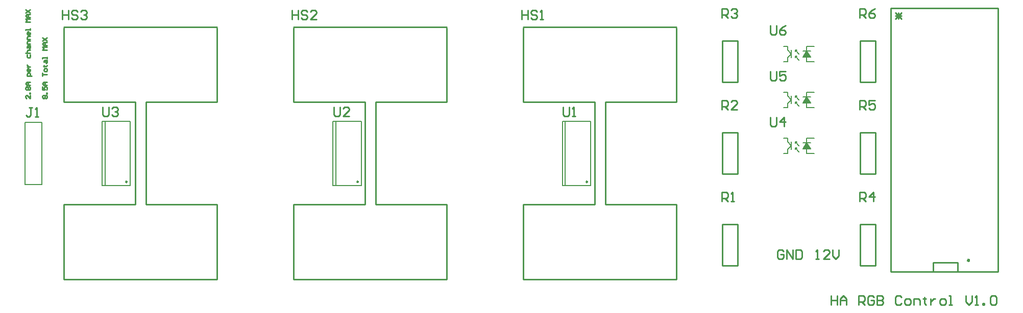
<source format=gto>
G04*
G04 #@! TF.GenerationSoftware,Altium Limited,CircuitMaker,2.2.1 (2.2.1.6)*
G04*
G04 Layer_Color=15132400*
%FSLAX25Y25*%
%MOIN*%
G70*
G04*
G04 #@! TF.SameCoordinates,7785A121-3EC8-4D8B-A962-A870CC3C064B*
G04*
G04*
G04 #@! TF.FilePolarity,Positive*
G04*
G01*
G75*
%ADD10C,0.01000*%
%ADD11C,0.00984*%
%ADD12C,0.00787*%
G36*
X617500Y403000D02*
X612500D01*
X615000Y407000D01*
X617500Y403000D01*
D02*
G37*
G36*
Y433000D02*
X612500D01*
X615000Y437000D01*
X617500Y433000D01*
D02*
G37*
G36*
Y463000D02*
X612500D01*
X615000Y467000D01*
X617500Y463000D01*
D02*
G37*
D10*
X721207Y330000D02*
G03*
X721207Y330000I-707J0D01*
G01*
X713500Y323000D02*
Y328500D01*
X697500D02*
X713500D01*
X697500Y323000D02*
Y328500D01*
X670000Y322500D02*
X740000D01*
Y495000D01*
X670000Y322500D02*
Y495000D01*
X740000D01*
X560000Y326500D02*
Y353500D01*
X570000D01*
Y326500D02*
Y353500D01*
X560000Y326500D02*
X570000D01*
X650000D02*
Y353500D01*
X660000D01*
Y326500D02*
Y353500D01*
X650000Y326500D02*
X660000D01*
X430000Y317500D02*
X530000D01*
X430000Y482500D02*
X530000D01*
Y317500D02*
Y366500D01*
Y433500D02*
Y482000D01*
X430000Y317500D02*
Y366500D01*
Y433500D02*
Y482000D01*
X483500Y366500D02*
X530000D01*
X483500Y433500D02*
X530000D01*
X483500Y366500D02*
Y433500D01*
X430000D02*
X476500D01*
X430000Y366500D02*
X476500D01*
Y433500D01*
X560000Y386500D02*
Y413500D01*
X570000D01*
Y386500D02*
Y413500D01*
X560000Y386500D02*
X570000D01*
X650000D02*
Y413500D01*
X660000D01*
Y386500D02*
Y413500D01*
X650000Y386500D02*
X660000D01*
X280000Y317500D02*
X380000D01*
X280000Y482500D02*
X380000D01*
Y317500D02*
Y366500D01*
Y433500D02*
Y482000D01*
X280000Y317500D02*
Y366500D01*
Y433500D02*
Y482000D01*
X333500Y366500D02*
X380000D01*
X333500Y433500D02*
X380000D01*
X333500Y366500D02*
Y433500D01*
X280000D02*
X326500D01*
X280000Y366500D02*
X326500D01*
Y433500D01*
X570000Y446500D02*
Y473500D01*
X560000Y446500D02*
X570000D01*
X560000D02*
Y473500D01*
X570000D01*
X650000Y446500D02*
Y473500D01*
X660000D01*
Y446500D02*
Y473500D01*
X650000Y446500D02*
X660000D01*
X130000Y317500D02*
X230000D01*
X130000Y482500D02*
X230000D01*
Y317500D02*
Y366500D01*
Y433500D02*
Y482000D01*
X130000Y317500D02*
Y366500D01*
Y433500D02*
Y482000D01*
X183500Y366500D02*
X230000D01*
X183500Y433500D02*
X230000D01*
X183500Y366500D02*
Y433500D01*
X130000D02*
X176500D01*
X130000Y366500D02*
X176500D01*
Y433500D01*
X116501Y436000D02*
X116001Y436500D01*
Y437500D01*
X116501Y437999D01*
X117001D01*
X117500Y437500D01*
X118000Y437999D01*
X118500D01*
X119000Y437500D01*
Y436500D01*
X118500Y436000D01*
X118000D01*
X117500Y436500D01*
X117001Y436000D01*
X116501D01*
X117500Y436500D02*
Y437500D01*
X119000Y438999D02*
X118500D01*
Y439499D01*
X119000D01*
Y438999D01*
X116001Y443498D02*
Y441498D01*
X117500D01*
X117001Y442498D01*
Y442998D01*
X117500Y443498D01*
X118500D01*
X119000Y442998D01*
Y441998D01*
X118500Y441498D01*
X119000Y444497D02*
X117001D01*
X116001Y445497D01*
X117001Y446497D01*
X119000D01*
X117500D01*
Y444497D01*
X116001Y450495D02*
Y452495D01*
Y451495D01*
X119000D01*
Y453994D02*
Y454994D01*
X118500Y455494D01*
X117500D01*
X117001Y454994D01*
Y453994D01*
X117500Y453494D01*
X118500D01*
X119000Y453994D01*
X116501Y456993D02*
X117001D01*
Y456493D01*
Y457493D01*
Y456993D01*
X118500D01*
X119000Y457493D01*
X117001Y459492D02*
Y460492D01*
X117500Y460992D01*
X119000D01*
Y459492D01*
X118500Y458993D01*
X118000Y459492D01*
Y460992D01*
X119000Y461992D02*
Y462991D01*
Y462491D01*
X116001D01*
Y461992D01*
X119000Y467490D02*
X116001D01*
X117001Y468490D01*
X116001Y469489D01*
X119000D01*
Y470489D02*
X117001D01*
X116001Y471489D01*
X117001Y472488D01*
X119000D01*
X117500D01*
Y470489D01*
X116001Y473488D02*
X119000Y475487D01*
X116001D02*
X119000Y473488D01*
X108000Y437999D02*
Y436000D01*
X106001Y437999D01*
X105501D01*
X105001Y437500D01*
Y436500D01*
X105501Y436000D01*
X108000Y438999D02*
X107501D01*
Y439499D01*
X108000D01*
Y438999D01*
X105501Y441498D02*
X105001Y441998D01*
Y442998D01*
X105501Y443498D01*
X106001D01*
X106501Y442998D01*
X107001Y443498D01*
X107501D01*
X108000Y442998D01*
Y441998D01*
X107501Y441498D01*
X107001D01*
X106501Y441998D01*
X106001Y441498D01*
X105501D01*
X106501Y441998D02*
Y442998D01*
X108000Y444497D02*
X106001D01*
X105001Y445497D01*
X106001Y446497D01*
X108000D01*
X106501D01*
Y444497D01*
X109000Y450495D02*
X106001D01*
Y451995D01*
X106501Y452495D01*
X107501D01*
X108000Y451995D01*
Y450495D01*
Y454994D02*
Y453994D01*
X107501Y453494D01*
X106501D01*
X106001Y453994D01*
Y454994D01*
X106501Y455494D01*
X107001D01*
Y453494D01*
X106001Y456493D02*
X108000D01*
X107001D01*
X106501Y456993D01*
X106001Y457493D01*
Y457993D01*
Y464491D02*
Y462991D01*
X106501Y462491D01*
X107501D01*
X108000Y462991D01*
Y464491D01*
X105001Y465490D02*
X108000D01*
X106501D01*
X106001Y465990D01*
Y466990D01*
X106501Y467490D01*
X108000D01*
X106001Y468989D02*
Y469989D01*
X106501Y470489D01*
X108000D01*
Y468989D01*
X107501Y468490D01*
X107001Y468989D01*
Y470489D01*
X108000Y471489D02*
X106001D01*
Y472988D01*
X106501Y473488D01*
X108000D01*
Y474488D02*
X106001D01*
Y475987D01*
X106501Y476487D01*
X108000D01*
Y478986D02*
Y477986D01*
X107501Y477487D01*
X106501D01*
X106001Y477986D01*
Y478986D01*
X106501Y479486D01*
X107001D01*
Y477487D01*
X108000Y480486D02*
Y481485D01*
Y480985D01*
X105001D01*
Y480486D01*
X108000Y485984D02*
X105001D01*
X106001Y486983D01*
X105001Y487983D01*
X108000D01*
Y488983D02*
X106001D01*
X105001Y489983D01*
X106001Y490982D01*
X108000D01*
X106501D01*
Y488983D01*
X105001Y491982D02*
X108000Y493981D01*
X105001D02*
X108000Y491982D01*
X631000Y306998D02*
Y301000D01*
Y303999D01*
X634999D01*
Y306998D01*
Y301000D01*
X636998D02*
Y304999D01*
X638997Y306998D01*
X640997Y304999D01*
Y301000D01*
Y303999D01*
X636998D01*
X648994Y301000D02*
Y306998D01*
X651993D01*
X652993Y305998D01*
Y303999D01*
X651993Y302999D01*
X648994D01*
X650993D02*
X652993Y301000D01*
X658991Y305998D02*
X657991Y306998D01*
X655992D01*
X654992Y305998D01*
Y302000D01*
X655992Y301000D01*
X657991D01*
X658991Y302000D01*
Y303999D01*
X656992D01*
X660990Y306998D02*
Y301000D01*
X663989D01*
X664989Y302000D01*
Y302999D01*
X663989Y303999D01*
X660990D01*
X663989D01*
X664989Y304999D01*
Y305998D01*
X663989Y306998D01*
X660990D01*
X676985Y305998D02*
X675985Y306998D01*
X673986D01*
X672986Y305998D01*
Y302000D01*
X673986Y301000D01*
X675985D01*
X676985Y302000D01*
X679984Y301000D02*
X681984D01*
X682983Y302000D01*
Y303999D01*
X681984Y304999D01*
X679984D01*
X678984Y303999D01*
Y302000D01*
X679984Y301000D01*
X684982D02*
Y304999D01*
X687982D01*
X688981Y303999D01*
Y301000D01*
X691980Y305998D02*
Y304999D01*
X690981D01*
X692980D01*
X691980D01*
Y302000D01*
X692980Y301000D01*
X695979Y304999D02*
Y301000D01*
Y302999D01*
X696979Y303999D01*
X697978Y304999D01*
X698978D01*
X702977Y301000D02*
X704976D01*
X705976Y302000D01*
Y303999D01*
X704976Y304999D01*
X702977D01*
X701977Y303999D01*
Y302000D01*
X702977Y301000D01*
X707975D02*
X709974D01*
X708975D01*
Y306998D01*
X707975D01*
X718971D02*
Y302999D01*
X720971Y301000D01*
X722970Y302999D01*
Y306998D01*
X724970Y301000D02*
X726969D01*
X725969D01*
Y306998D01*
X724970Y305998D01*
X729968Y301000D02*
Y302000D01*
X730968D01*
Y301000D01*
X729968D01*
X734966Y305998D02*
X735966Y306998D01*
X737965D01*
X738965Y305998D01*
Y302000D01*
X737965Y301000D01*
X735966D01*
X734966Y302000D01*
Y305998D01*
X621000Y331000D02*
X622999D01*
X622000D01*
Y336998D01*
X621000Y335998D01*
X629997Y331000D02*
X625998D01*
X629997Y334999D01*
Y335998D01*
X628997Y336998D01*
X626998D01*
X625998Y335998D01*
X631996Y336998D02*
Y332999D01*
X633996Y331000D01*
X635995Y332999D01*
Y336998D01*
X599999Y335998D02*
X598999Y336998D01*
X597000D01*
X596000Y335998D01*
Y332000D01*
X597000Y331000D01*
X598999D01*
X599999Y332000D01*
Y333999D01*
X597999D01*
X601998Y331000D02*
Y336998D01*
X605997Y331000D01*
Y336998D01*
X607996D02*
Y331000D01*
X610995D01*
X611995Y332000D01*
Y335998D01*
X610995Y336998D01*
X607996D01*
X591300Y483698D02*
Y478700D01*
X592300Y477700D01*
X594299D01*
X595299Y478700D01*
Y483698D01*
X601297D02*
X599297Y482698D01*
X597298Y480699D01*
Y478700D01*
X598298Y477700D01*
X600297D01*
X601297Y478700D01*
Y479699D01*
X600297Y480699D01*
X597298D01*
X591300Y453698D02*
Y448700D01*
X592300Y447700D01*
X594299D01*
X595299Y448700D01*
Y453698D01*
X601297D02*
X597298D01*
Y450699D01*
X599297Y451699D01*
X600297D01*
X601297Y450699D01*
Y448700D01*
X600297Y447700D01*
X598298D01*
X597298Y448700D01*
X591300Y423698D02*
Y418700D01*
X592300Y417700D01*
X594299D01*
X595299Y418700D01*
Y423698D01*
X600297Y417700D02*
Y423698D01*
X597298Y420699D01*
X601297D01*
X155300Y430298D02*
Y425300D01*
X156300Y424300D01*
X158299D01*
X159299Y425300D01*
Y430298D01*
X161298Y429298D02*
X162298Y430298D01*
X164297D01*
X165297Y429298D01*
Y428299D01*
X164297Y427299D01*
X163297D01*
X164297D01*
X165297Y426299D01*
Y425300D01*
X164297Y424300D01*
X162298D01*
X161298Y425300D01*
X306300Y430298D02*
Y425300D01*
X307300Y424300D01*
X309299D01*
X310299Y425300D01*
Y430298D01*
X316297Y424300D02*
X312298D01*
X316297Y428299D01*
Y429298D01*
X315297Y430298D01*
X313298D01*
X312298Y429298D01*
X456000Y430298D02*
Y425300D01*
X457000Y424300D01*
X458999D01*
X459999Y425300D01*
Y430298D01*
X461998Y424300D02*
X463997D01*
X462998D01*
Y430298D01*
X461998Y429298D01*
X649500Y488500D02*
Y494498D01*
X652499D01*
X653499Y493498D01*
Y491499D01*
X652499Y490499D01*
X649500D01*
X651499D02*
X653499Y488500D01*
X659497Y494498D02*
X657497Y493498D01*
X655498Y491499D01*
Y489500D01*
X656498Y488500D01*
X658497D01*
X659497Y489500D01*
Y490499D01*
X658497Y491499D01*
X655498D01*
X649500Y428500D02*
Y434498D01*
X652499D01*
X653499Y433498D01*
Y431499D01*
X652499Y430499D01*
X649500D01*
X651499D02*
X653499Y428500D01*
X659497Y434498D02*
X655498D01*
Y431499D01*
X657497Y432499D01*
X658497D01*
X659497Y431499D01*
Y429500D01*
X658497Y428500D01*
X656498D01*
X655498Y429500D01*
X649500Y368500D02*
Y374498D01*
X652499D01*
X653499Y373498D01*
Y371499D01*
X652499Y370499D01*
X649500D01*
X651499D02*
X653499Y368500D01*
X658497D02*
Y374498D01*
X655498Y371499D01*
X659497D01*
X559500Y488500D02*
Y494498D01*
X562499D01*
X563499Y493498D01*
Y491499D01*
X562499Y490499D01*
X559500D01*
X561499D02*
X563499Y488500D01*
X565498Y493498D02*
X566498Y494498D01*
X568497D01*
X569497Y493498D01*
Y492499D01*
X568497Y491499D01*
X567497D01*
X568497D01*
X569497Y490499D01*
Y489500D01*
X568497Y488500D01*
X566498D01*
X565498Y489500D01*
X559500Y428500D02*
Y434498D01*
X562499D01*
X563499Y433498D01*
Y431499D01*
X562499Y430499D01*
X559500D01*
X561499D02*
X563499Y428500D01*
X569497D02*
X565498D01*
X569497Y432499D01*
Y433498D01*
X568497Y434498D01*
X566498D01*
X565498Y433498D01*
X559500Y368500D02*
Y374498D01*
X562499D01*
X563499Y373498D01*
Y371499D01*
X562499Y370499D01*
X559500D01*
X561499D02*
X563499Y368500D01*
X565498D02*
X567497D01*
X566498D01*
Y374498D01*
X565498Y373498D01*
X109099Y429798D02*
X107099D01*
X108099D01*
Y424800D01*
X107099Y423800D01*
X106100D01*
X105100Y424800D01*
X111098Y423800D02*
X113097D01*
X112098D01*
Y429798D01*
X111098Y428798D01*
X129000Y493498D02*
Y487500D01*
Y490499D01*
X132999D01*
Y493498D01*
Y487500D01*
X138997Y492498D02*
X137997Y493498D01*
X135998D01*
X134998Y492498D01*
Y491499D01*
X135998Y490499D01*
X137997D01*
X138997Y489499D01*
Y488500D01*
X137997Y487500D01*
X135998D01*
X134998Y488500D01*
X140996Y492498D02*
X141996Y493498D01*
X143995D01*
X144995Y492498D01*
Y491499D01*
X143995Y490499D01*
X142996D01*
X143995D01*
X144995Y489499D01*
Y488500D01*
X143995Y487500D01*
X141996D01*
X140996Y488500D01*
X279000Y493498D02*
Y487500D01*
Y490499D01*
X282999D01*
Y493498D01*
Y487500D01*
X288997Y492498D02*
X287997Y493498D01*
X285998D01*
X284998Y492498D01*
Y491499D01*
X285998Y490499D01*
X287997D01*
X288997Y489499D01*
Y488500D01*
X287997Y487500D01*
X285998D01*
X284998Y488500D01*
X294995Y487500D02*
X290996D01*
X294995Y491499D01*
Y492498D01*
X293995Y493498D01*
X291996D01*
X290996Y492498D01*
X429000Y493498D02*
Y487500D01*
Y490499D01*
X432999D01*
Y493498D01*
Y487500D01*
X438997Y492498D02*
X437997Y493498D01*
X435998D01*
X434998Y492498D01*
Y491499D01*
X435998Y490499D01*
X437997D01*
X438997Y489499D01*
Y488500D01*
X437997Y487500D01*
X435998D01*
X434998Y488500D01*
X440996Y487500D02*
X442996D01*
X441996D01*
Y493498D01*
X440996Y492498D01*
X673001Y491999D02*
X676999Y488001D01*
X673001D02*
X676999Y491999D01*
X673001Y490000D02*
X676999D01*
X675000Y488001D02*
Y491999D01*
D11*
X171167Y381385D02*
G03*
X171167Y381385I-492J0D01*
G01*
X322098D02*
G03*
X322098Y381385I-492J0D01*
G01*
X471808D02*
G03*
X471808Y381385I-492J0D01*
G01*
D12*
X154730Y420952D02*
X173234D01*
X154730Y378826D02*
X173234D01*
Y420952D01*
X154730Y378826D02*
Y420952D01*
X156699Y378826D02*
Y420952D01*
X305661D02*
X324165D01*
X305661Y378826D02*
X324165D01*
Y420952D01*
X305661Y378826D02*
Y420952D01*
X307629Y378826D02*
Y420952D01*
X455371D02*
X473875D01*
X455371Y378826D02*
X473875D01*
Y420952D01*
X455371Y378826D02*
Y420952D01*
X457340Y378826D02*
Y420952D01*
X615000Y400000D02*
X620000D01*
X615000D02*
Y410000D01*
X620000D01*
X600000Y400000D02*
X602500D01*
Y402500D01*
X605000Y405000D01*
X602500Y407500D02*
X605000Y405000D01*
X602500Y407500D02*
Y410000D01*
X600000D02*
X602500D01*
X605000Y402500D02*
Y407500D01*
X612500Y407000D02*
X617500D01*
X615000D02*
X617500Y403000D01*
X612500D02*
X617500D01*
X612500D02*
X615000Y407000D01*
X607500Y403500D02*
X610000Y401000D01*
X607500Y407500D02*
X610000Y405000D01*
X607500Y402500D02*
Y403500D01*
X608500D01*
X607500Y406500D02*
Y407500D01*
X608500D01*
X615000Y430000D02*
X620000D01*
X615000D02*
Y440000D01*
X620000D01*
X600000Y430000D02*
X602500D01*
Y432500D01*
X605000Y435000D01*
X602500Y437500D02*
X605000Y435000D01*
X602500Y437500D02*
Y440000D01*
X600000D02*
X602500D01*
X605000Y432500D02*
Y437500D01*
X612500Y437000D02*
X617500D01*
X615000D02*
X617500Y433000D01*
X612500D02*
X617500D01*
X612500D02*
X615000Y437000D01*
X607500Y433500D02*
X610000Y431000D01*
X607500Y437500D02*
X610000Y435000D01*
X607500Y432500D02*
Y433500D01*
X608500D01*
X607500Y436500D02*
Y437500D01*
X608500D01*
X115512Y379488D02*
Y420433D01*
X104488Y379488D02*
X115512D01*
X104488Y420433D02*
X115512D01*
X104488Y379488D02*
Y420433D01*
X615000Y460000D02*
X620000D01*
X615000D02*
Y470000D01*
X620000D01*
X600000Y460000D02*
X602500D01*
Y462500D01*
X605000Y465000D01*
X602500Y467500D02*
X605000Y465000D01*
X602500Y467500D02*
Y470000D01*
X600000D02*
X602500D01*
X605000Y462500D02*
Y467500D01*
X612500Y467000D02*
X617500D01*
X615000D02*
X617500Y463000D01*
X612500D02*
X617500D01*
X612500D02*
X615000Y467000D01*
X607500Y463500D02*
X610000Y461000D01*
X607500Y467500D02*
X610000Y465000D01*
X607500Y462500D02*
Y463500D01*
X608500D01*
X607500Y466500D02*
Y467500D01*
X608500D01*
M02*

</source>
